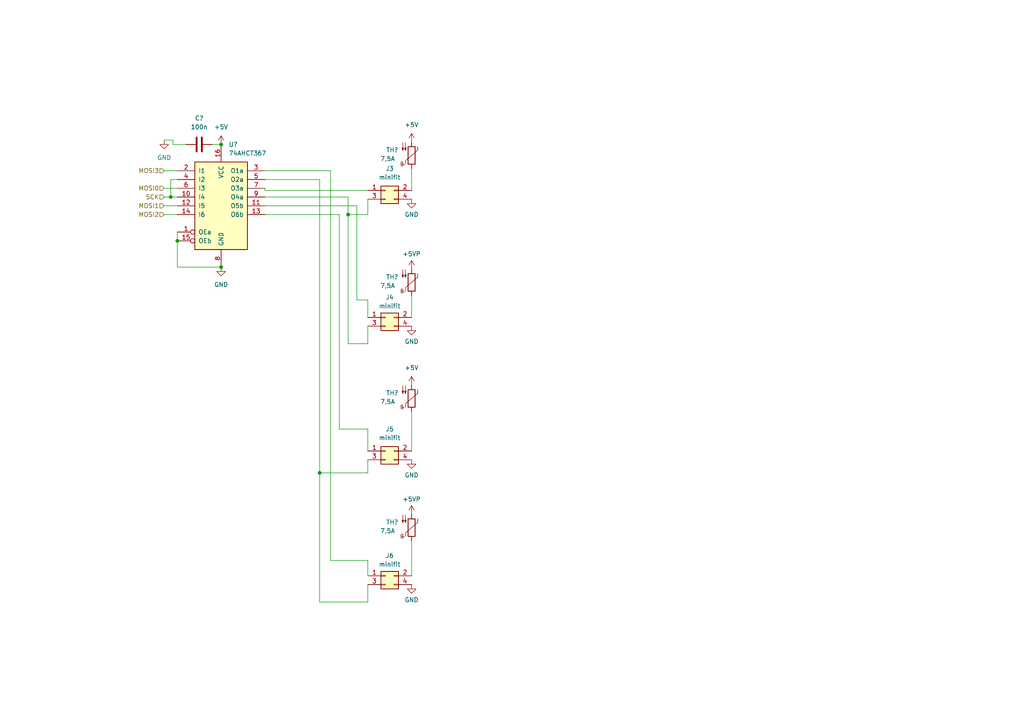
<source format=kicad_sch>
(kicad_sch (version 20230121) (generator eeschema)
  (paper "A4")
  (lib_symbols
    (symbol "74xx:74LS367" (pin_names (offset 1.016))
      (property "Reference" "U" (at -7.62 13.97 0))
      (property "Value" "74LS367" (at -7.62 -13.97 0))
      (symbol "74LS367_1_0"
        (pin input inverted (at -12.7 -7.62 0) (length 5.08) (name "OEa") (number "1"))
        (pin input line (at -12.7 2.54 0) (length 5.08) (name "I4") (number "10"))
        (pin tri_state line (at 12.7 0 180) (length 5.08) (name "O5b") (number "11"))
        (pin input line (at -12.7 0 0) (length 5.08) (name "I5") (number "12"))
        (pin tri_state line (at 12.7 -2.54 180) (length 5.08) (name "O6b") (number "13"))
        (pin input line (at -12.7 -2.54 0) (length 5.08) (name "I6") (number "14"))
        (pin input inverted (at -12.7 -10.16 0) (length 5.08) (name "OEb") (number "15"))
        (pin power_in line (at 0 17.78 270) (length 5.08) (name "VCC") (number "16"))
        (pin input line (at -12.7 10.16 0) (length 5.08) (name "I1") (number "2"))
        (pin tri_state line (at 12.7 10.16 180) (length 5.08) (name "O1a") (number "3"))
        (pin input line (at -12.7 7.62 0) (length 5.08) (name "I2") (number "4"))
        (pin tri_state line (at 12.7 7.62 180) (length 5.08) (name "O2a") (number "5"))
        (pin input line (at -12.7 5.08 0) (length 5.08) (name "I3") (number "6"))
        (pin tri_state line (at 12.7 5.08 180) (length 5.08) (name "O3a") (number "7"))
        (pin power_in line (at 0 -17.78 90) (length 5.08) (name "GND") (number "8"))
        (pin tri_state line (at 12.7 2.54 180) (length 5.08) (name "O4a") (number "9"))
      )
      (symbol "74LS367_1_1"
        (rectangle (start -7.62 12.7) (end 7.62 -12.7) (stroke (width 0.254)) (fill (type background)))
      )
    )
    (symbol "Connector_Generic:Conn_02x02_Odd_Even" (pin_names (offset 1.016) hide)
      (property "Reference" "J" (at 1.27 2.54 0))
      (property "Value" "Conn_02x02_Odd_Even" (at 1.27 -5.08 0))
      (symbol "Conn_02x02_Odd_Even_1_1"
        (rectangle (start -1.27 -2.413) (end 0 -2.667) (stroke (width 0.1524)))
        (rectangle (start -1.27 0.127) (end 0 -0.127) (stroke (width 0.1524)))
        (rectangle (start -1.27 1.27) (end 3.81 -3.81) (stroke (width 0.254)) (fill (type background)))
        (rectangle (start 3.81 -2.413) (end 2.54 -2.667) (stroke (width 0.1524)))
        (rectangle (start 3.81 0.127) (end 2.54 -0.127) (stroke (width 0.1524)))
        (pin passive line (at -5.08 0 0) (length 3.81) (name "Pin_1") (number "1"))
        (pin passive line (at 7.62 0 180) (length 3.81) (name "Pin_2") (number "2"))
        (pin passive line (at -5.08 -2.54 0) (length 3.81) (name "Pin_3") (number "3"))
        (pin passive line (at 7.62 -2.54 180) (length 3.81) (name "Pin_4") (number "4"))
      )
    )
    (symbol "Device:C" (pin_numbers hide) (pin_names (offset 0.254))
      (property "Reference" "C" (at 0.635 2.54 0))
      (property "Value" "C" (at 0.635 -2.54 0))
      (symbol "C_0_1"
        (polyline (pts (xy -2.032 -0.762) (xy 2.032 -0.762)) (stroke (width 0.508)))
        (polyline (pts (xy -2.032 0.762) (xy 2.032 0.762)) (stroke (width 0.508)))
      )
      (symbol "C_1_1"
        (pin passive line (at 0 3.81 270) (length 2.794) (name "~") (number "1"))
        (pin passive line (at 0 -3.81 90) (length 2.794) (name "~") (number "2"))
      )
    )
    (symbol "Device:Thermistor_PTC" (pin_numbers hide) (pin_names (offset 0))
      (property "Reference" "TH" (at -4.064 0 90))
      (property "Value" "Thermistor_PTC" (at 3.048 0 90))
      (symbol "Thermistor_PTC_0_1"
        (arc (start -3.048 2.159) (mid -3.0495 2.3143) (end -3.175 2.413))
        (arc (start -3.048 2.159) (mid -2.9736 1.9794) (end -2.794 1.905))
        (arc (start -3.048 2.794) (mid -2.9736 2.6144) (end -2.794 2.54))
        (arc (start -2.794 1.905) (mid -2.6144 1.9794) (end -2.54 2.159))
        (arc (start -2.794 2.54) (mid -2.4393 2.5587) (end -2.159 2.794))
        (arc (start -2.794 3.048) (mid -2.9736 2.9736) (end -3.048 2.794))
        (arc (start -2.54 2.794) (mid -2.6144 2.9736) (end -2.794 3.048))
        (rectangle (start -1.016 2.54) (end 1.016 -2.54) (stroke (width 0.254)))
        (polyline (pts (xy -2.54 2.159) (xy -2.54 2.794)))
        (polyline (pts (xy -1.778 2.54) (xy -1.778 1.524) (xy 1.778 -1.524) (xy 1.778 -2.54)))
        (polyline (pts (xy -2.54 -3.683) (xy -2.54 -1.397) (xy -2.794 -2.159) (xy -2.286 -2.159) (xy -2.54 -1.397) (xy -2.54 -1.651)) (fill (type outline)))
        (polyline (pts (xy -1.778 -3.683) (xy -1.778 -1.397) (xy -2.032 -2.159) (xy -1.524 -2.159) (xy -1.778 -1.397) (xy -1.778 -1.651)) (fill (type outline)))
      )
      (symbol "Thermistor_PTC_1_1"
        (pin passive line (at 0 3.81 270) (length 1.27) (name "~") (number "1"))
        (pin passive line (at 0 -3.81 90) (length 1.27) (name "~") (number "2"))
      )
    )
    (symbol "power:+5V" (power) (pin_names (offset 0))
      (property "Value" "+5V" (at 0 3.556 0))
      (symbol "+5V_0_1"
        (polyline (pts (xy -0.762 1.27) (xy 0 2.54)))
        (polyline (pts (xy 0 0) (xy 0 2.54)))
        (polyline (pts (xy 0 2.54) (xy 0.762 1.27)))
      )
      (symbol "+5V_1_1"
        (pin power_in line (at 0 0 90) (length 0) hide (name "+5V") (number "1"))
      )
    )
    (symbol "power:+5VP" (power) (pin_names (offset 0))
      (property "Value" "+5VP" (at 0 3.556 0))
      (symbol "+5VP_0_1"
        (polyline (pts (xy -0.762 1.27) (xy 0 2.54)))
        (polyline (pts (xy 0 0) (xy 0 2.54)))
        (polyline (pts (xy 0 2.54) (xy 0.762 1.27)))
      )
      (symbol "+5VP_1_1"
        (pin power_in line (at 0 0 90) (length 0) hide (name "+5VP") (number "1"))
      )
    )
    (symbol "power:GND" (power) (pin_names (offset 0))
      (property "Value" "GND" (at 0 -3.81 0))
      (symbol "GND_0_1"
        (polyline (pts (xy 0 0) (xy 0 -1.27) (xy 1.27 -1.27) (xy 0 -2.54) (xy -1.27 -1.27) (xy 0 -1.27)))
      )
      (symbol "GND_1_1"
        (pin power_in line (at 0 0 270) (length 0) hide (name "GND") (number "1"))
      )
    )
  )
  (junction (at 92.71 137.16))
  (junction (at 100.965 62.23))
  (junction (at 49.53 57.15))
  (junction (at 51.435 69.85))
  (junction (at 64.135 77.47))
  (junction (at 64.135 41.91))
  (wire (pts (xy 49.53 52.07) (xy 51.435 52.07)))
  (wire (pts (xy 98.425 124.46) (xy 106.68 124.46)))
  (wire (pts (xy 51.435 77.47) (xy 64.135 77.47)))
  (wire (pts (xy 98.425 62.23) (xy 98.425 124.46)))
  (wire (pts (xy 47.625 49.53) (xy 51.435 49.53)))
  (wire (pts (xy 106.68 86.995) (xy 103.505 86.995)))
  (wire (pts (xy 100.965 62.23) (xy 106.68 62.23)))
  (wire (pts (xy 76.835 55.245) (xy 76.835 54.61)))
  (wire (pts (xy 106.68 57.785) (xy 106.68 62.23)))
  (wire (pts (xy 51.435 67.31) (xy 51.435 69.85)))
  (wire (pts (xy 47.625 62.23) (xy 51.435 62.23)))
  (wire (pts (xy 92.71 137.16) (xy 92.71 174.625)))
  (wire (pts (xy 92.71 174.625) (xy 106.68 174.625)))
  (wire (pts (xy 119.38 119.38) (xy 119.38 130.81)))
  (wire (pts (xy 50.165 41.91) (xy 53.975 41.91)))
  (wire (pts (xy 47.625 59.69) (xy 51.435 59.69)))
  (wire (pts (xy 106.68 94.615) (xy 106.68 99.695)))
  (wire (pts (xy 119.38 85.725) (xy 119.38 92.075)))
  (wire (pts (xy 47.625 57.15) (xy 49.53 57.15)))
  (wire (pts (xy 61.595 41.91) (xy 64.135 41.91)))
  (wire (pts (xy 76.835 62.23) (xy 98.425 62.23)))
  (wire (pts (xy 103.505 59.69) (xy 103.505 86.995)))
  (wire (pts (xy 76.835 57.15) (xy 100.965 57.15)))
  (wire (pts (xy 119.38 156.845) (xy 119.38 167.005)))
  (wire (pts (xy 76.835 59.69) (xy 103.505 59.69)))
  (wire (pts (xy 106.68 124.46) (xy 106.68 130.81)))
  (wire (pts (xy 106.68 167.005) (xy 106.68 162.56)))
  (wire (pts (xy 100.965 57.15) (xy 100.965 62.23)))
  (wire (pts (xy 92.71 52.07) (xy 92.71 137.16)))
  (wire (pts (xy 76.835 55.245) (xy 106.68 55.245)))
  (wire (pts (xy 47.625 54.61) (xy 51.435 54.61)))
  (wire (pts (xy 100.965 62.23) (xy 100.965 99.695)))
  (wire (pts (xy 106.68 169.545) (xy 106.68 174.625)))
  (wire (pts (xy 119.38 48.895) (xy 119.38 55.245)))
  (wire (pts (xy 95.885 49.53) (xy 76.835 49.53)))
  (wire (pts (xy 95.885 49.53) (xy 95.885 162.56)))
  (wire (pts (xy 106.68 162.56) (xy 95.885 162.56)))
  (wire (pts (xy 106.68 133.35) (xy 106.68 137.16)))
  (wire (pts (xy 50.165 40.64) (xy 50.165 41.91)))
  (wire (pts (xy 100.965 99.695) (xy 106.68 99.695)))
  (wire (pts (xy 49.53 57.15) (xy 51.435 57.15)))
  (wire (pts (xy 76.835 52.07) (xy 92.71 52.07)))
  (wire (pts (xy 51.435 69.85) (xy 51.435 77.47)))
  (wire (pts (xy 106.68 86.995) (xy 106.68 92.075)))
  (wire (pts (xy 47.625 40.64) (xy 50.165 40.64)))
  (wire (pts (xy 49.53 52.07) (xy 49.53 57.15)))
  (wire (pts (xy 92.71 137.16) (xy 106.68 137.16)))
  (hierarchical_label "SCK" (shape input) (at 47.625 57.15 180))
  (hierarchical_label "MOSI2" (shape input) (at 47.625 62.23 180))
  (hierarchical_label "MOSI1" (shape input) (at 47.625 59.69 180))
  (hierarchical_label "MOSI3" (shape input) (at 47.625 49.53 180))
  (hierarchical_label "MOSI0" (shape input) (at 47.625 54.61 180))
  (symbol (lib_id "power:+5V") (at 119.38 111.76 0) (mirror y) (unit 1)
    (property "Reference" "#PWR?" (effects hide))
    (property "Value" "+5V" (at 119.38 106.68 0))
    (instances (project "speedomobile-powerstage" (path "" (reference "#PWR?") (unit 1)) (path "" (reference "#PWR085") (unit 1)) (path "" (reference "#PWR016") (unit 1)) (path "" (reference "#PWR027") (unit 1)) (path "" (reference "#PWR072") (unit 1))))
  )
  (symbol (lib_id "Device:C") (at 57.785 41.91 90) (mirror x) (unit 1)
    (property "Reference" "C?" (at 57.785 34.29 90))
    (property "Value" "100n" (at 57.785 36.83 90))
    (property "Footprint" "Capacitor_SMD:C_1206_3216Metric" (effects hide))
    (property "mouser" " 80-C1206C104K5R " (effects hide))
    (instances (project "speedomobile-powerstage" (path "" (reference "C?") (unit 1)) (path "" (reference "C?") (unit 1)) (path "" (reference "C12") (unit 1)) (path "" (reference "C1") (unit 1)) (path "" (reference "C2") (unit 1)) (path "" (reference "C11") (unit 1))))
  )
  (symbol (lib_id "power:GND") (at 119.38 133.35 0) (unit 1)
    (property "Reference" "#PWR028" (effects hide))
    (property "Value" "GND" (at 119.38 137.795 0))
    (instances (project "speedomobile-powerstage" (path "" (reference "#PWR028") (unit 1)) (path "" (reference "#PWR017") (unit 1)) (path "" (reference "#PWR073") (unit 1)) (path "" (reference "#PWR086") (unit 1))))
  )
  (symbol (lib_id "power:+5VP") (at 119.38 78.105 0) (unit 1)
    (property "Reference" "#PWR029" (effects hide))
    (property "Value" "+5VP" (at 119.38 73.66 0))
    (instances (project "speedomobile-powerstage" (path "" (reference "#PWR029") (unit 1)) (path "" (reference "#PWR014") (unit 1)) (path "" (reference "#PWR018") (unit 1)) (path "" (reference "#PWR025") (unit 1))))
  )
  (symbol (lib_id "power:+5V") (at 64.135 41.91 0) (unit 1)
    (property "Reference" "#PWR079" (effects hide))
    (property "Value" "+5V" (at 64.135 36.83 0))
    (instances (project "speedomobile-powerstage" (path "" (reference "#PWR079") (unit 1)) (path "" (reference "#PWR010") (unit 1)) (path "" (reference "#PWR021") (unit 1)) (path "" (reference "#PWR066") (unit 1))))
  )
  (symbol (lib_id "Connector_Generic:Conn_02x02_Odd_Even") (at 111.76 55.245 0) (unit 1)
    (property "Reference" "J3" (at 113.03 48.895 0))
    (property "Value" "minifit" (at 113.03 51.435 0))
    (property "Footprint" "Connector_Molex:Molex_Mini-Fit_Jr_5566-04A_2x02_P4.20mm_Vertical" (effects hide))
    (instances (project "speedomobile-powerstage" (path "" (reference "J3") (unit 1)) (path "" (reference "J7") (unit 1)) (path "" (reference "J19") (unit 1)) (path "" (reference "J23") (unit 1))))
  )
  (symbol (lib_id "power:+5VP") (at 119.38 149.225 0) (unit 1)
    (property "Reference" "#PWR087" (effects hide))
    (property "Value" "+5VP" (at 119.38 144.78 0))
    (instances (project "speedomobile-powerstage" (path "" (reference "#PWR087") (unit 1)) (path "" (reference "#PWR070") (unit 1)) (path "" (reference "#PWR074") (unit 1)) (path "" (reference "#PWR083") (unit 1))))
  )
  (symbol (lib_id "Device:Thermistor_PTC") (at 119.38 115.57 0) (mirror x) (unit 1)
    (property "Reference" "TH?" (at 115.57 113.9825 0) (effects (justify right)))
    (property "Value" "7,5A " (at 115.57 116.5225 0) (effects (justify right)))
    (property "Footprint" "Resistor_SMD:R_1210_3225Metric" (effects hide))
    (property "mouser" " 504-PTSLR12106V750 " (effects hide))
    (instances (project "speedomobile-powerstage" (path "" (reference "TH?") (unit 1)) (path "" (reference "TH?") (unit 1)) (path "" (reference "TH?") (unit 1)) (path "" (reference "TH20") (unit 1)) (path "" (reference "TH3") (unit 1)) (path "" (reference "TH7") (unit 1)) (path "" (reference "TH16") (unit 1))))
  )
  (symbol (lib_id "Device:Thermistor_PTC") (at 119.38 153.035 0) (mirror x) (unit 1)
    (property "Reference" "TH?" (at 115.57 151.4475 0) (effects (justify right)))
    (property "Value" "7,5A " (at 115.57 153.9875 0) (effects (justify right)))
    (property "Footprint" "Resistor_SMD:R_1210_3225Metric" (effects hide))
    (property "mouser" " 504-PTSLR12106V750 " (effects hide))
    (instances (project "speedomobile-powerstage" (path "" (reference "TH?") (unit 1)) (path "" (reference "TH?") (unit 1)) (path "" (reference "TH?") (unit 1)) (path "" (reference "TH21") (unit 1)) (path "" (reference "TH4") (unit 1)) (path "" (reference "TH8") (unit 1)) (path "" (reference "TH17") (unit 1))))
  )
  (symbol (lib_id "power:+5V") (at 119.38 41.275 0) (mirror y) (unit 1)
    (property "Reference" "#PWR?" (effects hide))
    (property "Value" "+5V" (at 119.38 36.195 0))
    (instances (project "speedomobile-powerstage" (path "" (reference "#PWR?") (unit 1)) (path "" (reference "#PWR081") (unit 1)) (path "" (reference "#PWR012") (unit 1)) (path "" (reference "#PWR023") (unit 1)) (path "" (reference "#PWR068") (unit 1))))
  )
  (symbol (lib_id "power:GND") (at 119.38 169.545 0) (unit 1)
    (property "Reference" "#PWR030" (effects hide))
    (property "Value" "GND" (at 119.38 173.99 0))
    (instances (project "speedomobile-powerstage" (path "" (reference "#PWR030") (unit 1)) (path "" (reference "#PWR019") (unit 1)) (path "" (reference "#PWR075") (unit 1)) (path "" (reference "#PWR088") (unit 1))))
  )
  (symbol (lib_id "Connector_Generic:Conn_02x02_Odd_Even") (at 111.76 92.075 0) (unit 1)
    (property "Reference" "J4" (at 113.03 86.233 0))
    (property "Value" "minifit" (at 113.03 88.773 0))
    (property "Footprint" "Connector_Molex:Molex_Mini-Fit_Jr_5566-04A_2x02_P4.20mm_Vertical" (effects hide))
    (instances (project "speedomobile-powerstage" (path "" (reference "J4") (unit 1)) (path "" (reference "J8") (unit 1)) (path "" (reference "J20") (unit 1)) (path "" (reference "J24") (unit 1))))
  )
  (symbol (lib_id "power:GND") (at 119.38 57.785 0) (unit 1)
    (property "Reference" "#PWR024" (effects hide))
    (property "Value" "GND" (at 119.38 62.23 0))
    (instances (project "speedomobile-powerstage" (path "" (reference "#PWR024") (unit 1)) (path "" (reference "#PWR013") (unit 1)) (path "" (reference "#PWR069") (unit 1)) (path "" (reference "#PWR082") (unit 1))))
  )
  (symbol (lib_id "power:GND") (at 119.38 94.615 0) (unit 1)
    (property "Reference" "#PWR026" (effects hide))
    (property "Value" "GND" (at 119.38 99.06 0))
    (instances (project "speedomobile-powerstage" (path "" (reference "#PWR026") (unit 1)) (path "" (reference "#PWR015") (unit 1)) (path "" (reference "#PWR071") (unit 1)) (path "" (reference "#PWR084") (unit 1))))
  )
  (symbol (lib_id "Device:Thermistor_PTC") (at 119.38 45.085 0) (mirror x) (unit 1)
    (property "Reference" "TH?" (at 115.57 43.4975 0) (effects (justify right)))
    (property "Value" "7,5A " (at 115.57 46.0375 0) (effects (justify right)))
    (property "Footprint" "Resistor_SMD:R_1210_3225Metric" (effects hide))
    (property "mouser" " 504-PTSLR12106V750 " (effects hide))
    (instances (project "speedomobile-powerstage" (path "" (reference "TH?") (unit 1)) (path "" (reference "TH?") (unit 1)) (path "" (reference "TH?") (unit 1)) (path "" (reference "TH18") (unit 1)) (path "" (reference "TH1") (unit 1)) (path "" (reference "TH5") (unit 1)) (path "" (reference "TH14") (unit 1))))
  )
  (symbol (lib_id "Connector_Generic:Conn_02x02_Odd_Even") (at 111.76 130.81 0) (unit 1)
    (property "Reference" "J5" (at 113.03 124.46 0))
    (property "Value" "minifit" (at 113.03 127 0))
    (property "Footprint" "Connector_Molex:Molex_Mini-Fit_Jr_5566-04A_2x02_P4.20mm_Vertical" (effects hide))
    (instances (project "speedomobile-powerstage" (path "" (reference "J5") (unit 1)) (path "" (reference "J9") (unit 1)) (path "" (reference "J21") (unit 1)) (path "" (reference "J25") (unit 1))))
  )
  (symbol (lib_id "Device:Thermistor_PTC") (at 119.38 81.915 0) (mirror x) (unit 1)
    (property "Reference" "TH?" (at 115.57 80.3275 0) (effects (justify right)))
    (property "Value" "7,5A " (at 115.57 82.8675 0) (effects (justify right)))
    (property "Footprint" "Resistor_SMD:R_1210_3225Metric" (effects hide))
    (property "mouser" " 504-PTSLR12106V750 " (effects hide))
    (instances (project "speedomobile-powerstage" (path "" (reference "TH?") (unit 1)) (path "" (reference "TH?") (unit 1)) (path "" (reference "TH?") (unit 1)) (path "" (reference "TH19") (unit 1)) (path "" (reference "TH2") (unit 1)) (path "" (reference "TH6") (unit 1)) (path "" (reference "TH15") (unit 1))))
  )
  (symbol (lib_id "power:GND") (at 64.135 77.47 0) (unit 1)
    (property "Reference" "#PWR?" (effects hide))
    (property "Value" "GND" (at 64.135 82.55 0))
    (instances (project "speedomobile-powerstage" (path "" (reference "#PWR?") (unit 1)) (path "" (reference "#PWR?") (unit 1)) (path "" (reference "#PWR080") (unit 1)) (path "" (reference "#PWR011") (unit 1)) (path "" (reference "#PWR022") (unit 1)) (path "" (reference "#PWR067") (unit 1))))
  )
  (symbol (lib_id "power:GND") (at 47.625 40.64 0) (unit 1)
    (property "Reference" "#PWR?" (effects hide))
    (property "Value" "GND" (at 47.625 45.72 0))
    (instances (project "speedomobile-powerstage" (path "" (reference "#PWR?") (unit 1)) (path "" (reference "#PWR?") (unit 1)) (path "" (reference "#PWR078") (unit 1)) (path "" (reference "#PWR09") (unit 1)) (path "" (reference "#PWR020") (unit 1)) (path "" (reference "#PWR065") (unit 1))))
  )
  (symbol (lib_id "74xx:74LS367") (at 64.135 59.69 0) (unit 1)
    (property "Reference" "U?" (at 66.3291 41.91 0) (effects (justify left)))
    (property "Value" "74AHCT367" (at 66.3291 44.45 0) (effects (justify left)))
    (property "Footprint" "Package_SO:SOIC-16_3.9x9.9mm_P1.27mm" (effects hide))
    (property "Datasheet" "http://www.ti.com/lit/gpn/sn74LS367" (effects hide))
    (property "mouser" " 595-SN74AHCT367DR " (effects hide))
    (instances (project "speedomobile-powerstage" (path "" (reference "U?") (unit 1)) (path "" (reference "U?") (unit 1)) (path "" (reference "U7") (unit 1)) (path "" (reference "U1") (unit 1)) (path "" (reference "U2") (unit 1)) (path "" (reference "U5") (unit 1))))
  )
  (symbol (lib_id "Connector_Generic:Conn_02x02_Odd_Even") (at 111.76 167.005 0) (unit 1)
    (property "Reference" "J6" (at 113.03 161.163 0))
    (property "Value" "minifit" (at 113.03 163.703 0))
    (property "Footprint" "Connector_Molex:Molex_Mini-Fit_Jr_5566-04A_2x02_P4.20mm_Vertical" (effects hide))
    (instances (project "speedomobile-powerstage" (path "" (reference "J6") (unit 1)) (path "" (reference "J10") (unit 1)) (path "" (reference "J22") (unit 1)) (path "" (reference "J26") (unit 1))))
  )
)
</source>
